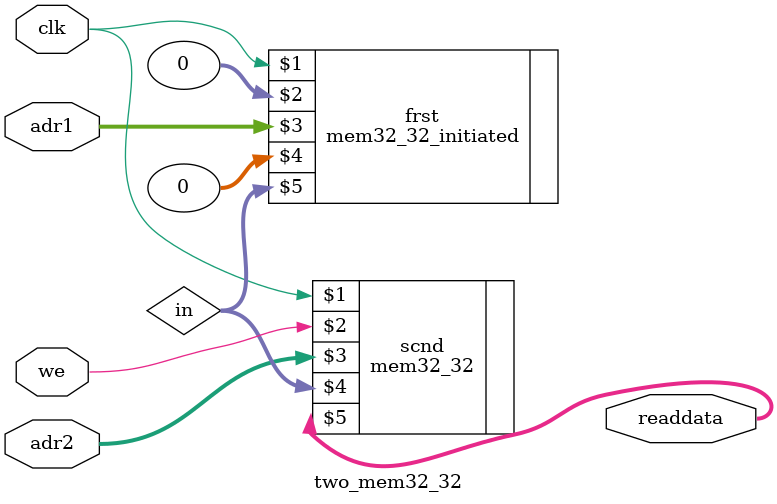
<source format=sv>
module two_mem32_32 (input logic [4:0] adr1, input logic [4:0] adr2, input logic clk, we, output logic [31:0] readdata); 
  wire [31:0]in;
  mem32_32_initiated frst (clk, 0, adr1, 0, in);
  mem32_32 scnd (clk, we, adr2, in, readdata); 
endmodule

</source>
